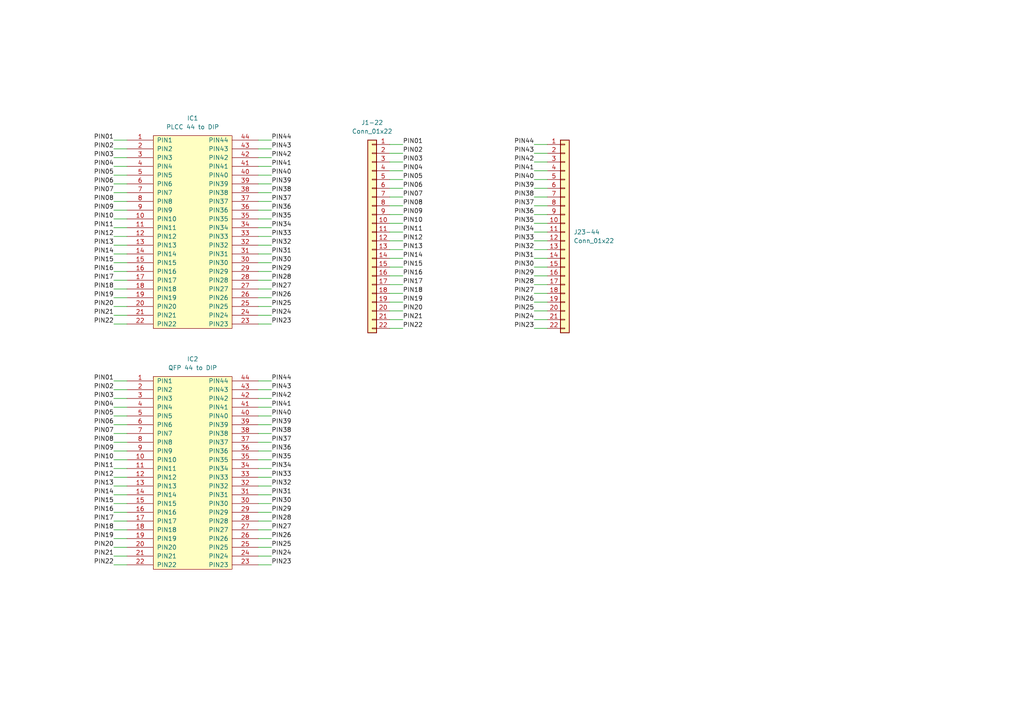
<source format=kicad_sch>
(kicad_sch (version 20211123) (generator eeschema)
  (paper "A4")
  (lib_symbols
    (symbol "Connector_Generic:Conn_01x22" (pin_names (offset 1.016) hide)
      (property "Reference" "J" (at 0 27.94 0))
      (property "Value" "Conn_01x22" (at 0 -30.48 0))
      (symbol "Conn_01x22_1_1"
        (rectangle (start -1.27 -27.813) (end 0 -28.067) (stroke (width 0.1524)))
        (rectangle (start -1.27 -25.273) (end 0 -25.527) (stroke (width 0.1524)))
        (rectangle (start -1.27 -22.733) (end 0 -22.987) (stroke (width 0.1524)))
        (rectangle (start -1.27 -20.193) (end 0 -20.447) (stroke (width 0.1524)))
        (rectangle (start -1.27 -17.653) (end 0 -17.907) (stroke (width 0.1524)))
        (rectangle (start -1.27 -15.113) (end 0 -15.367) (stroke (width 0.1524)))
        (rectangle (start -1.27 -12.573) (end 0 -12.827) (stroke (width 0.1524)))
        (rectangle (start -1.27 -10.033) (end 0 -10.287) (stroke (width 0.1524)))
        (rectangle (start -1.27 -7.493) (end 0 -7.747) (stroke (width 0.1524)))
        (rectangle (start -1.27 -4.953) (end 0 -5.207) (stroke (width 0.1524)))
        (rectangle (start -1.27 -2.413) (end 0 -2.667) (stroke (width 0.1524)))
        (rectangle (start -1.27 0.127) (end 0 -0.127) (stroke (width 0.1524)))
        (rectangle (start -1.27 2.667) (end 0 2.413) (stroke (width 0.1524)))
        (rectangle (start -1.27 5.207) (end 0 4.953) (stroke (width 0.1524)))
        (rectangle (start -1.27 7.747) (end 0 7.493) (stroke (width 0.1524)))
        (rectangle (start -1.27 10.287) (end 0 10.033) (stroke (width 0.1524)))
        (rectangle (start -1.27 12.827) (end 0 12.573) (stroke (width 0.1524)))
        (rectangle (start -1.27 15.367) (end 0 15.113) (stroke (width 0.1524)))
        (rectangle (start -1.27 17.907) (end 0 17.653) (stroke (width 0.1524)))
        (rectangle (start -1.27 20.447) (end 0 20.193) (stroke (width 0.1524)))
        (rectangle (start -1.27 22.987) (end 0 22.733) (stroke (width 0.1524)))
        (rectangle (start -1.27 25.527) (end 0 25.273) (stroke (width 0.1524)))
        (rectangle (start -1.27 26.67) (end 1.27 -29.21) (stroke (width 0.254)) (fill (type background)))
        (pin passive line (at -5.08 25.4 0) (length 3.81) (name "Pin_1") (number "1"))
        (pin passive line (at -5.08 2.54 0) (length 3.81) (name "Pin_10") (number "10"))
        (pin passive line (at -5.08 0 0) (length 3.81) (name "Pin_11") (number "11"))
        (pin passive line (at -5.08 -2.54 0) (length 3.81) (name "Pin_12") (number "12"))
        (pin passive line (at -5.08 -5.08 0) (length 3.81) (name "Pin_13") (number "13"))
        (pin passive line (at -5.08 -7.62 0) (length 3.81) (name "Pin_14") (number "14"))
        (pin passive line (at -5.08 -10.16 0) (length 3.81) (name "Pin_15") (number "15"))
        (pin passive line (at -5.08 -12.7 0) (length 3.81) (name "Pin_16") (number "16"))
        (pin passive line (at -5.08 -15.24 0) (length 3.81) (name "Pin_17") (number "17"))
        (pin passive line (at -5.08 -17.78 0) (length 3.81) (name "Pin_18") (number "18"))
        (pin passive line (at -5.08 -20.32 0) (length 3.81) (name "Pin_19") (number "19"))
        (pin passive line (at -5.08 22.86 0) (length 3.81) (name "Pin_2") (number "2"))
        (pin passive line (at -5.08 -22.86 0) (length 3.81) (name "Pin_20") (number "20"))
        (pin passive line (at -5.08 -25.4 0) (length 3.81) (name "Pin_21") (number "21"))
        (pin passive line (at -5.08 -27.94 0) (length 3.81) (name "Pin_22") (number "22"))
        (pin passive line (at -5.08 20.32 0) (length 3.81) (name "Pin_3") (number "3"))
        (pin passive line (at -5.08 17.78 0) (length 3.81) (name "Pin_4") (number "4"))
        (pin passive line (at -5.08 15.24 0) (length 3.81) (name "Pin_5") (number "5"))
        (pin passive line (at -5.08 12.7 0) (length 3.81) (name "Pin_6") (number "6"))
        (pin passive line (at -5.08 10.16 0) (length 3.81) (name "Pin_7") (number "7"))
        (pin passive line (at -5.08 7.62 0) (length 3.81) (name "Pin_8") (number "8"))
        (pin passive line (at -5.08 5.08 0) (length 3.81) (name "Pin_9") (number "9"))
      )
    )
    (symbol "Generic ICs:Generic44" (pin_names (offset 1.016))
      (property "Reference" "U" (at 0 -2.54 0))
      (property "Value" "Generic44" (at 0 2.54 0))
      (symbol "Generic44_1_0"
        (rectangle (start -11.43 27.94) (end 11.43 -27.94) (fill (type background)))
      )
      (symbol "Generic44_1_1"
        (pin input line (at -19.05 26.67 0) (length 7.62) (name "PIN1") (number "1"))
        (pin input line (at -19.05 3.81 0) (length 7.62) (name "PIN10") (number "10"))
        (pin input line (at -19.05 1.27 0) (length 7.62) (name "PIN11") (number "11"))
        (pin input line (at -19.05 -1.27 0) (length 7.62) (name "PIN12") (number "12"))
        (pin input line (at -19.05 -3.81 0) (length 7.62) (name "PIN13") (number "13"))
        (pin input line (at -19.05 -6.35 0) (length 7.62) (name "PIN14") (number "14"))
        (pin input line (at -19.05 -8.89 0) (length 7.62) (name "PIN15") (number "15"))
        (pin input line (at -19.05 -11.43 0) (length 7.62) (name "PIN16") (number "16"))
        (pin input line (at -19.05 -13.97 0) (length 7.62) (name "PIN17") (number "17"))
        (pin input line (at -19.05 -16.51 0) (length 7.62) (name "PIN18") (number "18"))
        (pin input line (at -19.05 -19.05 0) (length 7.62) (name "PIN19") (number "19"))
        (pin input line (at -19.05 24.13 0) (length 7.62) (name "PIN2") (number "2"))
        (pin input line (at -19.05 -21.59 0) (length 7.62) (name "PIN20") (number "20"))
        (pin input line (at -19.05 -24.13 0) (length 7.62) (name "PIN21") (number "21"))
        (pin input line (at -19.05 -26.67 0) (length 7.62) (name "PIN22") (number "22"))
        (pin input line (at 19.05 -26.67 180) (length 7.62) (name "PIN23") (number "23"))
        (pin input line (at 19.05 -24.13 180) (length 7.62) (name "PIN24") (number "24"))
        (pin input line (at 19.05 -21.59 180) (length 7.62) (name "PIN25") (number "25"))
        (pin input line (at 19.05 -19.05 180) (length 7.62) (name "PIN26") (number "26"))
        (pin input line (at 19.05 -16.51 180) (length 7.62) (name "PIN27") (number "27"))
        (pin input line (at 19.05 -13.97 180) (length 7.62) (name "PIN28") (number "28"))
        (pin input line (at 19.05 -11.43 180) (length 7.62) (name "PIN29") (number "29"))
        (pin input line (at -19.05 21.59 0) (length 7.62) (name "PIN3") (number "3"))
        (pin input line (at 19.05 -8.89 180) (length 7.62) (name "PIN30") (number "30"))
        (pin input line (at 19.05 -6.35 180) (length 7.62) (name "PIN31") (number "31"))
        (pin input line (at 19.05 -3.81 180) (length 7.62) (name "PIN32") (number "32"))
        (pin input line (at 19.05 -1.27 180) (length 7.62) (name "PIN33") (number "33"))
        (pin input line (at 19.05 1.27 180) (length 7.62) (name "PIN34") (number "34"))
        (pin input line (at 19.05 3.81 180) (length 7.62) (name "PIN35") (number "35"))
        (pin input line (at 19.05 6.35 180) (length 7.62) (name "PIN36") (number "36"))
        (pin input line (at 19.05 8.89 180) (length 7.62) (name "PIN37") (number "37"))
        (pin input line (at 19.05 11.43 180) (length 7.62) (name "PIN38") (number "38"))
        (pin input line (at 19.05 13.97 180) (length 7.62) (name "PIN39") (number "39"))
        (pin input line (at -19.05 19.05 0) (length 7.62) (name "PIN4") (number "4"))
        (pin input line (at 19.05 16.51 180) (length 7.62) (name "PIN40") (number "40"))
        (pin input line (at 19.05 19.05 180) (length 7.62) (name "PIN41") (number "41"))
        (pin input line (at 19.05 21.59 180) (length 7.62) (name "PIN42") (number "42"))
        (pin input line (at 19.05 24.13 180) (length 7.62) (name "PIN43") (number "43"))
        (pin input line (at 19.05 26.67 180) (length 7.62) (name "PIN44") (number "44"))
        (pin input line (at -19.05 16.51 0) (length 7.62) (name "PIN5") (number "5"))
        (pin input line (at -19.05 13.97 0) (length 7.62) (name "PIN6") (number "6"))
        (pin input line (at -19.05 11.43 0) (length 7.62) (name "PIN7") (number "7"))
        (pin input line (at -19.05 8.89 0) (length 7.62) (name "PIN8") (number "8"))
        (pin input line (at -19.05 6.35 0) (length 7.62) (name "PIN9") (number "9"))
      )
    )
  )
  (wire (pts (xy 116.84 74.93) (xy 113.03 74.93)))
  (wire (pts (xy 78.74 68.58) (xy 74.93 68.58)))
  (wire (pts (xy 154.94 62.23) (xy 158.75 62.23)))
  (wire (pts (xy 78.74 128.27) (xy 74.93 128.27)))
  (wire (pts (xy 33.02 163.83) (xy 36.83 163.83)))
  (wire (pts (xy 116.84 54.61) (xy 113.03 54.61)))
  (wire (pts (xy 74.93 40.64) (xy 78.74 40.64)))
  (wire (pts (xy 78.74 133.35) (xy 74.93 133.35)))
  (wire (pts (xy 158.75 46.99) (xy 154.94 46.99)))
  (wire (pts (xy 78.74 148.59) (xy 74.93 148.59)))
  (wire (pts (xy 33.02 123.19) (xy 36.83 123.19)))
  (wire (pts (xy 116.84 72.39) (xy 113.03 72.39)))
  (wire (pts (xy 33.02 66.04) (xy 36.83 66.04)))
  (wire (pts (xy 33.02 148.59) (xy 36.83 148.59)))
  (wire (pts (xy 116.84 87.63) (xy 113.03 87.63)))
  (wire (pts (xy 78.74 86.36) (xy 74.93 86.36)))
  (wire (pts (xy 78.74 118.11) (xy 74.93 118.11)))
  (wire (pts (xy 33.02 161.29) (xy 36.83 161.29)))
  (wire (pts (xy 74.93 91.44) (xy 78.74 91.44)))
  (wire (pts (xy 74.93 45.72) (xy 78.74 45.72)))
  (wire (pts (xy 33.02 43.18) (xy 36.83 43.18)))
  (wire (pts (xy 116.84 41.91) (xy 113.03 41.91)))
  (wire (pts (xy 116.84 64.77) (xy 113.03 64.77)))
  (wire (pts (xy 74.93 161.29) (xy 78.74 161.29)))
  (wire (pts (xy 116.84 77.47) (xy 113.03 77.47)))
  (wire (pts (xy 33.02 93.98) (xy 36.83 93.98)))
  (wire (pts (xy 33.02 135.89) (xy 36.83 135.89)))
  (wire (pts (xy 154.94 52.07) (xy 158.75 52.07)))
  (wire (pts (xy 33.02 48.26) (xy 36.83 48.26)))
  (wire (pts (xy 78.74 60.96) (xy 74.93 60.96)))
  (wire (pts (xy 116.84 82.55) (xy 113.03 82.55)))
  (wire (pts (xy 78.74 153.67) (xy 74.93 153.67)))
  (wire (pts (xy 74.93 93.98) (xy 78.74 93.98)))
  (wire (pts (xy 116.84 69.85) (xy 113.03 69.85)))
  (wire (pts (xy 154.94 72.39) (xy 158.75 72.39)))
  (wire (pts (xy 33.02 115.57) (xy 36.83 115.57)))
  (wire (pts (xy 33.02 118.11) (xy 36.83 118.11)))
  (wire (pts (xy 158.75 44.45) (xy 154.94 44.45)))
  (wire (pts (xy 78.74 151.13) (xy 74.93 151.13)))
  (wire (pts (xy 116.84 52.07) (xy 113.03 52.07)))
  (wire (pts (xy 33.02 151.13) (xy 36.83 151.13)))
  (wire (pts (xy 154.94 67.31) (xy 158.75 67.31)))
  (wire (pts (xy 158.75 92.71) (xy 154.94 92.71)))
  (wire (pts (xy 33.02 146.05) (xy 36.83 146.05)))
  (wire (pts (xy 154.94 85.09) (xy 158.75 85.09)))
  (wire (pts (xy 154.94 87.63) (xy 158.75 87.63)))
  (wire (pts (xy 78.74 140.97) (xy 74.93 140.97)))
  (wire (pts (xy 33.02 158.75) (xy 36.83 158.75)))
  (wire (pts (xy 74.93 158.75) (xy 78.74 158.75)))
  (wire (pts (xy 116.84 95.25) (xy 113.03 95.25)))
  (wire (pts (xy 33.02 45.72) (xy 36.83 45.72)))
  (wire (pts (xy 116.84 90.17) (xy 113.03 90.17)))
  (wire (pts (xy 33.02 91.44) (xy 36.83 91.44)))
  (wire (pts (xy 78.74 130.81) (xy 74.93 130.81)))
  (wire (pts (xy 33.02 55.88) (xy 36.83 55.88)))
  (wire (pts (xy 33.02 78.74) (xy 36.83 78.74)))
  (wire (pts (xy 116.84 85.09) (xy 113.03 85.09)))
  (wire (pts (xy 78.74 66.04) (xy 74.93 66.04)))
  (wire (pts (xy 74.93 88.9) (xy 78.74 88.9)))
  (wire (pts (xy 78.74 71.12) (xy 74.93 71.12)))
  (wire (pts (xy 33.02 53.34) (xy 36.83 53.34)))
  (wire (pts (xy 33.02 68.58) (xy 36.83 68.58)))
  (wire (pts (xy 154.94 80.01) (xy 158.75 80.01)))
  (wire (pts (xy 33.02 133.35) (xy 36.83 133.35)))
  (wire (pts (xy 116.84 80.01) (xy 113.03 80.01)))
  (wire (pts (xy 158.75 95.25) (xy 154.94 95.25)))
  (wire (pts (xy 154.94 57.15) (xy 158.75 57.15)))
  (wire (pts (xy 78.74 83.82) (xy 74.93 83.82)))
  (wire (pts (xy 78.74 63.5) (xy 74.93 63.5)))
  (wire (pts (xy 78.74 76.2) (xy 74.93 76.2)))
  (wire (pts (xy 33.02 83.82) (xy 36.83 83.82)))
  (wire (pts (xy 154.94 74.93) (xy 158.75 74.93)))
  (wire (pts (xy 78.74 58.42) (xy 74.93 58.42)))
  (wire (pts (xy 33.02 153.67) (xy 36.83 153.67)))
  (wire (pts (xy 33.02 73.66) (xy 36.83 73.66)))
  (wire (pts (xy 74.93 110.49) (xy 78.74 110.49)))
  (wire (pts (xy 33.02 71.12) (xy 36.83 71.12)))
  (wire (pts (xy 78.74 120.65) (xy 74.93 120.65)))
  (wire (pts (xy 74.93 115.57) (xy 78.74 115.57)))
  (wire (pts (xy 116.84 67.31) (xy 113.03 67.31)))
  (wire (pts (xy 154.94 77.47) (xy 158.75 77.47)))
  (wire (pts (xy 78.74 53.34) (xy 74.93 53.34)))
  (wire (pts (xy 33.02 76.2) (xy 36.83 76.2)))
  (wire (pts (xy 33.02 113.03) (xy 36.83 113.03)))
  (wire (pts (xy 33.02 138.43) (xy 36.83 138.43)))
  (wire (pts (xy 78.74 78.74) (xy 74.93 78.74)))
  (wire (pts (xy 154.94 59.69) (xy 158.75 59.69)))
  (wire (pts (xy 33.02 140.97) (xy 36.83 140.97)))
  (wire (pts (xy 78.74 81.28) (xy 74.93 81.28)))
  (wire (pts (xy 74.93 113.03) (xy 78.74 113.03)))
  (wire (pts (xy 78.74 123.19) (xy 74.93 123.19)))
  (wire (pts (xy 78.74 135.89) (xy 74.93 135.89)))
  (wire (pts (xy 33.02 81.28) (xy 36.83 81.28)))
  (wire (pts (xy 33.02 156.21) (xy 36.83 156.21)))
  (wire (pts (xy 74.93 43.18) (xy 78.74 43.18)))
  (wire (pts (xy 78.74 156.21) (xy 74.93 156.21)))
  (wire (pts (xy 154.94 64.77) (xy 158.75 64.77)))
  (wire (pts (xy 33.02 60.96) (xy 36.83 60.96)))
  (wire (pts (xy 33.02 110.49) (xy 36.83 110.49)))
  (wire (pts (xy 33.02 86.36) (xy 36.83 86.36)))
  (wire (pts (xy 33.02 130.81) (xy 36.83 130.81)))
  (wire (pts (xy 78.74 73.66) (xy 74.93 73.66)))
  (wire (pts (xy 116.84 46.99) (xy 113.03 46.99)))
  (wire (pts (xy 33.02 120.65) (xy 36.83 120.65)))
  (wire (pts (xy 74.93 163.83) (xy 78.74 163.83)))
  (wire (pts (xy 78.74 48.26) (xy 74.93 48.26)))
  (wire (pts (xy 158.75 90.17) (xy 154.94 90.17)))
  (wire (pts (xy 33.02 125.73) (xy 36.83 125.73)))
  (wire (pts (xy 33.02 63.5) (xy 36.83 63.5)))
  (wire (pts (xy 116.84 57.15) (xy 113.03 57.15)))
  (wire (pts (xy 116.84 92.71) (xy 113.03 92.71)))
  (wire (pts (xy 158.75 41.91) (xy 154.94 41.91)))
  (wire (pts (xy 33.02 40.64) (xy 36.83 40.64)))
  (wire (pts (xy 154.94 82.55) (xy 158.75 82.55)))
  (wire (pts (xy 116.84 49.53) (xy 113.03 49.53)))
  (wire (pts (xy 116.84 44.45) (xy 113.03 44.45)))
  (wire (pts (xy 33.02 50.8) (xy 36.83 50.8)))
  (wire (pts (xy 154.94 54.61) (xy 158.75 54.61)))
  (wire (pts (xy 78.74 146.05) (xy 74.93 146.05)))
  (wire (pts (xy 154.94 69.85) (xy 158.75 69.85)))
  (wire (pts (xy 33.02 88.9) (xy 36.83 88.9)))
  (wire (pts (xy 78.74 138.43) (xy 74.93 138.43)))
  (wire (pts (xy 33.02 58.42) (xy 36.83 58.42)))
  (wire (pts (xy 78.74 143.51) (xy 74.93 143.51)))
  (wire (pts (xy 116.84 62.23) (xy 113.03 62.23)))
  (wire (pts (xy 33.02 143.51) (xy 36.83 143.51)))
  (wire (pts (xy 78.74 125.73) (xy 74.93 125.73)))
  (wire (pts (xy 116.84 59.69) (xy 113.03 59.69)))
  (wire (pts (xy 33.02 128.27) (xy 36.83 128.27)))
  (wire (pts (xy 78.74 50.8) (xy 74.93 50.8)))
  (wire (pts (xy 154.94 49.53) (xy 158.75 49.53)))
  (wire (pts (xy 78.74 55.88) (xy 74.93 55.88)))
  (label "PIN29" (at 78.74 78.74 0))
  (label "PIN02" (at 33.02 43.18 180))
  (label "PIN37" (at 78.74 128.27 0))
  (label "PIN04" (at 116.84 49.53 0))
  (label "PIN04" (at 33.02 118.11 180))
  (label "PIN27" (at 78.74 83.82 0))
  (label "PIN11" (at 33.02 135.89 180))
  (label "PIN06" (at 116.84 54.61 0))
  (label "PIN36" (at 78.74 60.96 0))
  (label "PIN11" (at 33.02 66.04 180))
  (label "PIN09" (at 33.02 60.96 180))
  (label "PIN24" (at 78.74 91.44 0))
  (label "PIN42" (at 154.94 46.99 180))
  (label "PIN40" (at 154.94 52.07 180))
  (label "PIN06" (at 33.02 53.34 180))
  (label "PIN19" (at 33.02 86.36 180))
  (label "PIN12" (at 116.84 69.85 0))
  (label "PIN05" (at 33.02 50.8 180))
  (label "PIN40" (at 78.74 50.8 0))
  (label "PIN02" (at 33.02 113.03 180))
  (label "PIN08" (at 33.02 58.42 180))
  (label "PIN23" (at 154.94 95.25 180))
  (label "PIN37" (at 154.94 59.69 180))
  (label "PIN10" (at 33.02 63.5 180))
  (label "PIN32" (at 154.94 72.39 180))
  (label "PIN31" (at 154.94 74.93 180))
  (label "PIN25" (at 78.74 88.9 0))
  (label "PIN15" (at 33.02 76.2 180))
  (label "PIN30" (at 154.94 77.47 180))
  (label "PIN03" (at 33.02 45.72 180))
  (label "PIN20" (at 116.84 90.17 0))
  (label "PIN43" (at 154.94 44.45 180))
  (label "PIN31" (at 78.74 143.51 0))
  (label "PIN16" (at 33.02 78.74 180))
  (label "PIN31" (at 78.74 73.66 0))
  (label "PIN23" (at 78.74 93.98 0))
  (label "PIN43" (at 78.74 113.03 0))
  (label "PIN10" (at 33.02 133.35 180))
  (label "PIN16" (at 116.84 80.01 0))
  (label "PIN04" (at 33.02 48.26 180))
  (label "PIN35" (at 78.74 63.5 0))
  (label "PIN24" (at 78.74 161.29 0))
  (label "PIN01" (at 33.02 40.64 180))
  (label "PIN30" (at 78.74 76.2 0))
  (label "PIN36" (at 154.94 62.23 180))
  (label "PIN32" (at 78.74 71.12 0))
  (label "PIN05" (at 33.02 120.65 180))
  (label "PIN06" (at 33.02 123.19 180))
  (label "PIN25" (at 78.74 158.75 0))
  (label "PIN22" (at 33.02 163.83 180))
  (label "PIN15" (at 33.02 146.05 180))
  (label "PIN11" (at 116.84 67.31 0))
  (label "PIN12" (at 33.02 68.58 180))
  (label "PIN19" (at 33.02 156.21 180))
  (label "PIN27" (at 78.74 153.67 0))
  (label "PIN41" (at 154.94 49.53 180))
  (label "PIN22" (at 33.02 93.98 180))
  (label "PIN09" (at 33.02 130.81 180))
  (label "PIN32" (at 78.74 140.97 0))
  (label "PIN36" (at 78.74 130.81 0))
  (label "PIN18" (at 33.02 153.67 180))
  (label "PIN21" (at 116.84 92.71 0))
  (label "PIN28" (at 154.94 82.55 180))
  (label "PIN17" (at 33.02 81.28 180))
  (label "PIN39" (at 154.94 54.61 180))
  (label "PIN09" (at 116.84 62.23 0))
  (label "PIN13" (at 116.84 72.39 0))
  (label "PIN42" (at 78.74 115.57 0))
  (label "PIN10" (at 116.84 64.77 0))
  (label "PIN07" (at 116.84 57.15 0))
  (label "PIN13" (at 33.02 140.97 180))
  (label "PIN44" (at 154.94 41.91 180))
  (label "PIN01" (at 33.02 110.49 180))
  (label "PIN40" (at 78.74 120.65 0))
  (label "PIN02" (at 116.84 44.45 0))
  (label "PIN21" (at 33.02 161.29 180))
  (label "PIN14" (at 33.02 73.66 180))
  (label "PIN28" (at 78.74 81.28 0))
  (label "PIN38" (at 78.74 125.73 0))
  (label "PIN14" (at 116.84 74.93 0))
  (label "PIN14" (at 33.02 143.51 180))
  (label "PIN13" (at 33.02 71.12 180))
  (label "PIN18" (at 33.02 83.82 180))
  (label "PIN42" (at 78.74 45.72 0))
  (label "PIN35" (at 154.94 64.77 180))
  (label "PIN08" (at 33.02 128.27 180))
  (label "PIN20" (at 33.02 88.9 180))
  (label "PIN18" (at 116.84 85.09 0))
  (label "PIN17" (at 33.02 151.13 180))
  (label "PIN26" (at 78.74 86.36 0))
  (label "PIN33" (at 78.74 138.43 0))
  (label "PIN07" (at 33.02 55.88 180))
  (label "PIN07" (at 33.02 125.73 180))
  (label "PIN30" (at 78.74 146.05 0))
  (label "PIN29" (at 78.74 148.59 0))
  (label "PIN43" (at 78.74 43.18 0))
  (label "PIN29" (at 154.94 80.01 180))
  (label "PIN08" (at 116.84 59.69 0))
  (label "PIN44" (at 78.74 40.64 0))
  (label "PIN21" (at 33.02 91.44 180))
  (label "PIN01" (at 116.84 41.91 0))
  (label "PIN44" (at 78.74 110.49 0))
  (label "PIN22" (at 116.84 95.25 0))
  (label "PIN05" (at 116.84 52.07 0))
  (label "PIN23" (at 78.74 163.83 0))
  (label "PIN34" (at 154.94 67.31 180))
  (label "PIN41" (at 78.74 48.26 0))
  (label "PIN33" (at 154.94 69.85 180))
  (label "PIN35" (at 78.74 133.35 0))
  (label "PIN03" (at 33.02 115.57 180))
  (label "PIN25" (at 154.94 90.17 180))
  (label "PIN39" (at 78.74 123.19 0))
  (label "PIN26" (at 154.94 87.63 180))
  (label "PIN41" (at 78.74 118.11 0))
  (label "PIN33" (at 78.74 68.58 0))
  (label "PIN38" (at 78.74 55.88 0))
  (label "PIN28" (at 78.74 151.13 0))
  (label "PIN24" (at 154.94 92.71 180))
  (label "PIN38" (at 154.94 57.15 180))
  (label "PIN15" (at 116.84 77.47 0))
  (label "PIN34" (at 78.74 135.89 0))
  (label "PIN34" (at 78.74 66.04 0))
  (label "PIN17" (at 116.84 82.55 0))
  (label "PIN03" (at 116.84 46.99 0))
  (label "PIN12" (at 33.02 138.43 180))
  (label "PIN37" (at 78.74 58.42 0))
  (label "PIN20" (at 33.02 158.75 180))
  (label "PIN39" (at 78.74 53.34 0))
  (label "PIN26" (at 78.74 156.21 0))
  (label "PIN19" (at 116.84 87.63 0))
  (label "PIN16" (at 33.02 148.59 180))
  (label "PIN27" (at 154.94 85.09 180))
  (symbol (lib_id "Generic ICs:Generic44") (at 55.88 67.31 0) (unit 1)
    (property "Reference" "IC1" (at 55.88 34.29 0))
    (property "Value" "PLCC 44 to DIP" (at 55.88 36.83 0))
    (property "Footprint" "ExtraFootprints:PLCC-44_THT-Socket" (effects hide))
    (property "Datasheet" "DOCUMENTATION" (effects hide))
    (property "Description" "EEPROM 1MB, 5V, 70ns 128K x 8 Flash" (effects hide))
    (property "Height" "5.08" (effects hide))
    (property "Mouser Part Number" "804-GLS29EE010-70PHE" (effects hide))
    (property "Mouser Price/Stock" "https://www.mouser.com/Search/Refine.aspx?Keyword=804-GLS29EE010-70PHE" (effects hide))
    (property "Manufacturer_Name" "Zilog" (effects hide))
    (property "Manufacturer_Part_Number" "Z84C00" (effects hide))
  )
  (symbol (lib_id "Connector_Generic:Conn_01x22") (at 107.95 67.31 0) (mirror y) (unit 1)
    (property "Reference" "J1-22" (at 107.95 35.56 0))
    (property "Value" "Conn_01x22" (at 107.95 38.1 0))
    (property "Footprint" "Connector_PinHeader_2.54mm:PinHeader_1x22_P2.54mm_Vertical" (effects hide))
  )
  (symbol (lib_id "Connector_Generic:Conn_01x22") (at 163.83 67.31 0) (unit 1)
    (property "Reference" "J23-44" (at 166.37 67.3099 0) (effects (justify left)))
    (property "Value" "Conn_01x22" (at 166.37 69.8499 0) (effects (justify left)))
    (property "Footprint" "Connector_PinHeader_2.54mm:PinHeader_1x22_P2.54mm_Vertical" (effects hide))
  )
  (symbol (lib_id "Generic ICs:Generic44") (at 55.88 137.16 0) (unit 1)
    (property "Reference" "IC2" (at 55.88 104.14 0))
    (property "Value" "QFP 44 to DIP" (at 55.88 106.68 0))
    (property "Footprint" "Package_QFP:PQFP-44_10x10mm_P0.8mm" (effects hide))
    (property "Description" "EEPROM 1MB, 5V, 70ns 128K x 8 Flash" (effects hide))
    (property "Height" "5.08" (effects hide))
    (property "Mouser Part Number" "804-GLS29EE010-70PHE" (effects hide))
    (property "Mouser Price/Stock" "https://www.mouser.com/Search/Refine.aspx?Keyword=804-GLS29EE010-70PHE" (effects hide))
    (property "Manufacturer_Name" "Zilog" (effects hide))
    (property "Manufacturer_Part_Number" "Z84C00" (effects hide))
  )
)
</source>
